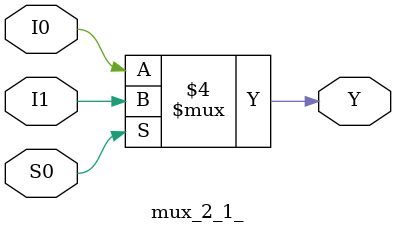
<source format=v>
`timescale 1ns / 1ps


module mux_2_1_(
    input wire I0,
    input wire I1,
    input wire S0,
    output reg Y
    );
    always@(*)
    begin
    if(S0==0)
    Y=I0;
    else
    Y=I1;
    end
endmodule
</source>
